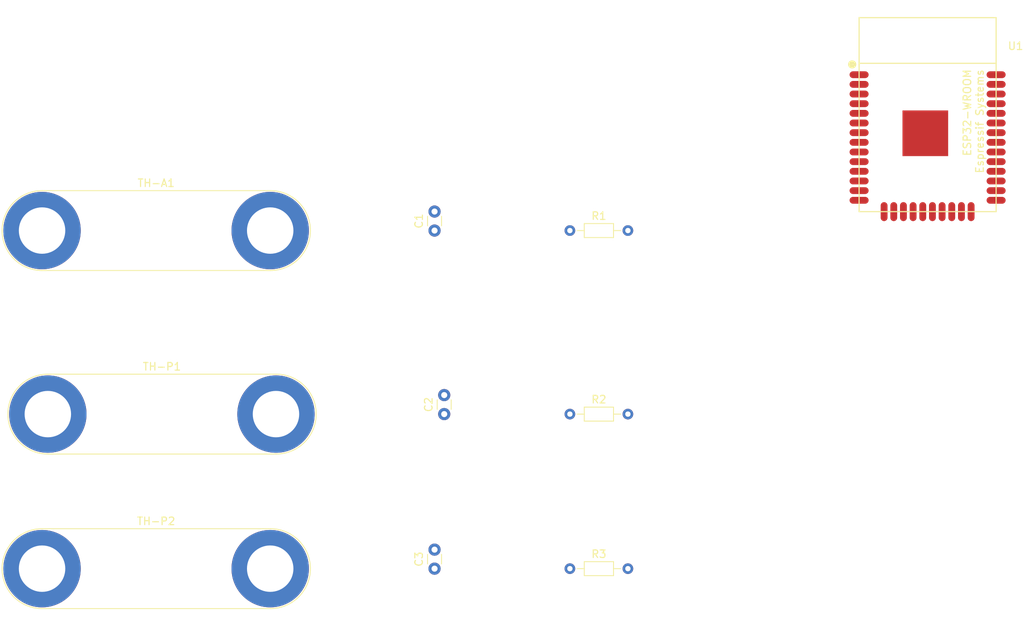
<source format=kicad_pcb>
(kicad_pcb (version 20171130) (host pcbnew "(5.1.9)-1")

  (general
    (thickness 1.6)
    (drawings 0)
    (tracks 0)
    (zones 0)
    (modules 10)
    (nets 43)
  )

  (page A4)
  (layers
    (0 F.Cu signal)
    (31 B.Cu signal)
    (32 B.Adhes user)
    (33 F.Adhes user)
    (34 B.Paste user)
    (35 F.Paste user)
    (36 B.SilkS user)
    (37 F.SilkS user)
    (38 B.Mask user)
    (39 F.Mask user)
    (40 Dwgs.User user)
    (41 Cmts.User user)
    (42 Eco1.User user)
    (43 Eco2.User user)
    (44 Edge.Cuts user)
    (45 Margin user)
    (46 B.CrtYd user)
    (47 F.CrtYd user)
    (48 B.Fab user)
    (49 F.Fab user)
  )

  (setup
    (last_trace_width 0.25)
    (trace_clearance 0.2)
    (zone_clearance 0.508)
    (zone_45_only no)
    (trace_min 0.2)
    (via_size 0.8)
    (via_drill 0.4)
    (via_min_size 0.4)
    (via_min_drill 0.3)
    (uvia_size 0.3)
    (uvia_drill 0.1)
    (uvias_allowed no)
    (uvia_min_size 0.2)
    (uvia_min_drill 0.1)
    (edge_width 0.05)
    (segment_width 0.2)
    (pcb_text_width 0.3)
    (pcb_text_size 1.5 1.5)
    (mod_edge_width 0.12)
    (mod_text_size 1 1)
    (mod_text_width 0.15)
    (pad_size 1.524 1.524)
    (pad_drill 0.762)
    (pad_to_mask_clearance 0)
    (aux_axis_origin 0 0)
    (visible_elements 7FFFFFFF)
    (pcbplotparams
      (layerselection 0x010fc_ffffffff)
      (usegerberextensions false)
      (usegerberattributes true)
      (usegerberadvancedattributes true)
      (creategerberjobfile true)
      (excludeedgelayer true)
      (linewidth 0.100000)
      (plotframeref false)
      (viasonmask false)
      (mode 1)
      (useauxorigin false)
      (hpglpennumber 1)
      (hpglpenspeed 20)
      (hpglpendiameter 15.000000)
      (psnegative false)
      (psa4output false)
      (plotreference true)
      (plotvalue true)
      (plotinvisibletext false)
      (padsonsilk false)
      (subtractmaskfromsilk false)
      (outputformat 1)
      (mirror false)
      (drillshape 1)
      (scaleselection 1)
      (outputdirectory ""))
  )

  (net 0 "")
  (net 1 "Net-(C1-Pad2)")
  (net 2 "Net-(C1-Pad1)")
  (net 3 "Net-(C2-Pad2)")
  (net 4 "Net-(C2-Pad1)")
  (net 5 "Net-(C3-Pad2)")
  (net 6 "Net-(C3-Pad1)")
  (net 7 "Net-(R1-Pad2)")
  (net 8 "Net-(TH-A1-Pad1)")
  (net 9 "Net-(U1-Pad38)")
  (net 10 "Net-(U1-Pad37)")
  (net 11 "Net-(U1-Pad36)")
  (net 12 "Net-(U1-Pad35)")
  (net 13 "Net-(U1-Pad34)")
  (net 14 "Net-(U1-Pad33)")
  (net 15 "Net-(U1-Pad32)")
  (net 16 "Net-(U1-Pad31)")
  (net 17 "Net-(U1-Pad30)")
  (net 18 "Net-(U1-Pad29)")
  (net 19 "Net-(U1-Pad28)")
  (net 20 "Net-(U1-Pad27)")
  (net 21 "Net-(U1-Pad26)")
  (net 22 "Net-(U1-Pad25)")
  (net 23 "Net-(U1-Pad24)")
  (net 24 "Net-(U1-Pad23)")
  (net 25 "Net-(U1-Pad22)")
  (net 26 "Net-(U1-Pad21)")
  (net 27 "Net-(U1-Pad20)")
  (net 28 "Net-(U1-Pad19)")
  (net 29 "Net-(U1-Pad18)")
  (net 30 "Net-(U1-Pad17)")
  (net 31 "Net-(U1-Pad16)")
  (net 32 "Net-(U1-Pad15)")
  (net 33 "Net-(U1-Pad14)")
  (net 34 "Net-(U1-Pad13)")
  (net 35 "Net-(U1-Pad12)")
  (net 36 "Net-(U1-Pad11)")
  (net 37 "Net-(U1-Pad10)")
  (net 38 "Net-(U1-Pad9)")
  (net 39 "Net-(U1-Pad5)")
  (net 40 "Net-(U1-Pad4)")
  (net 41 "Net-(U1-Pad3)")
  (net 42 "Net-(U1-Pad39)")

  (net_class Default "This is the default net class."
    (clearance 0.2)
    (trace_width 0.25)
    (via_dia 0.8)
    (via_drill 0.4)
    (uvia_dia 0.3)
    (uvia_drill 0.1)
    (add_net "Net-(C1-Pad1)")
    (add_net "Net-(C1-Pad2)")
    (add_net "Net-(C2-Pad1)")
    (add_net "Net-(C2-Pad2)")
    (add_net "Net-(C3-Pad1)")
    (add_net "Net-(C3-Pad2)")
    (add_net "Net-(R1-Pad2)")
    (add_net "Net-(TH-A1-Pad1)")
    (add_net "Net-(U1-Pad10)")
    (add_net "Net-(U1-Pad11)")
    (add_net "Net-(U1-Pad12)")
    (add_net "Net-(U1-Pad13)")
    (add_net "Net-(U1-Pad14)")
    (add_net "Net-(U1-Pad15)")
    (add_net "Net-(U1-Pad16)")
    (add_net "Net-(U1-Pad17)")
    (add_net "Net-(U1-Pad18)")
    (add_net "Net-(U1-Pad19)")
    (add_net "Net-(U1-Pad20)")
    (add_net "Net-(U1-Pad21)")
    (add_net "Net-(U1-Pad22)")
    (add_net "Net-(U1-Pad23)")
    (add_net "Net-(U1-Pad24)")
    (add_net "Net-(U1-Pad25)")
    (add_net "Net-(U1-Pad26)")
    (add_net "Net-(U1-Pad27)")
    (add_net "Net-(U1-Pad28)")
    (add_net "Net-(U1-Pad29)")
    (add_net "Net-(U1-Pad3)")
    (add_net "Net-(U1-Pad30)")
    (add_net "Net-(U1-Pad31)")
    (add_net "Net-(U1-Pad32)")
    (add_net "Net-(U1-Pad33)")
    (add_net "Net-(U1-Pad34)")
    (add_net "Net-(U1-Pad35)")
    (add_net "Net-(U1-Pad36)")
    (add_net "Net-(U1-Pad37)")
    (add_net "Net-(U1-Pad38)")
    (add_net "Net-(U1-Pad39)")
    (add_net "Net-(U1-Pad4)")
    (add_net "Net-(U1-Pad5)")
    (add_net "Net-(U1-Pad9)")
  )

  (module esp32:ESP32-WROOM (layer F.Cu) (tedit 57D08EA8) (tstamp 6079F08A)
    (at 191.77 45.72 180)
    (path /607988C6)
    (fp_text reference U1 (at -11.557 9.017) (layer F.SilkS)
      (effects (font (size 1 1) (thickness 0.15)))
    )
    (fp_text value ESP32-WROOM (at 5.715 14.224) (layer F.Fab)
      (effects (font (size 1 1) (thickness 0.15)))
    )
    (fp_line (start -9 12.75) (end 9 12.75) (layer F.SilkS) (width 0.15))
    (fp_line (start -9 -12.75) (end 9 -12.75) (layer F.SilkS) (width 0.15))
    (fp_line (start -9 12.75) (end -9 -12.75) (layer F.SilkS) (width 0.15))
    (fp_line (start 9 12.75) (end 9 -12.75) (layer F.SilkS) (width 0.15))
    (fp_line (start -9 6.75) (end 9 6.75) (layer F.SilkS) (width 0.15))
    (fp_circle (center 9.906 6.604) (end 10.033 6.858) (layer F.SilkS) (width 0.5))
    (fp_text user ESP32-WROOM (at -5.207 0.254 90) (layer F.SilkS)
      (effects (font (size 1 1) (thickness 0.15)))
    )
    (fp_text user "Espressif Systems" (at -6.858 -0.889 90) (layer F.SilkS)
      (effects (font (size 1 1) (thickness 0.15)))
    )
    (pad 39 smd rect (at 0.3 -2.45 180) (size 6 6) (layers F.Cu F.Paste F.Mask)
      (net 42 "Net-(U1-Pad39)"))
    (pad 1 smd oval (at 9 5.25 180) (size 2.5 0.9) (layers F.Cu F.Paste F.Mask)
      (net 7 "Net-(R1-Pad2)"))
    (pad 2 smd oval (at 9 3.98 180) (size 2.5 0.9) (layers F.Cu F.Paste F.Mask)
      (net 8 "Net-(TH-A1-Pad1)"))
    (pad 3 smd oval (at 9 2.71 180) (size 2.5 0.9) (layers F.Cu F.Paste F.Mask)
      (net 41 "Net-(U1-Pad3)"))
    (pad 4 smd oval (at 9 1.44 180) (size 2.5 0.9) (layers F.Cu F.Paste F.Mask)
      (net 40 "Net-(U1-Pad4)"))
    (pad 5 smd oval (at 9 0.17 180) (size 2.5 0.9) (layers F.Cu F.Paste F.Mask)
      (net 39 "Net-(U1-Pad5)"))
    (pad 6 smd oval (at 9 -1.1 180) (size 2.5 0.9) (layers F.Cu F.Paste F.Mask)
      (net 1 "Net-(C1-Pad2)"))
    (pad 7 smd oval (at 9 -2.37 180) (size 2.5 0.9) (layers F.Cu F.Paste F.Mask)
      (net 3 "Net-(C2-Pad2)"))
    (pad 8 smd oval (at 9 -3.64 180) (size 2.5 0.9) (layers F.Cu F.Paste F.Mask)
      (net 5 "Net-(C3-Pad2)"))
    (pad 9 smd oval (at 9 -4.91 180) (size 2.5 0.9) (layers F.Cu F.Paste F.Mask)
      (net 38 "Net-(U1-Pad9)"))
    (pad 10 smd oval (at 9 -6.18 180) (size 2.5 0.9) (layers F.Cu F.Paste F.Mask)
      (net 37 "Net-(U1-Pad10)"))
    (pad 11 smd oval (at 9 -7.45 180) (size 2.5 0.9) (layers F.Cu F.Paste F.Mask)
      (net 36 "Net-(U1-Pad11)"))
    (pad 12 smd oval (at 9 -8.72 180) (size 2.5 0.9) (layers F.Cu F.Paste F.Mask)
      (net 35 "Net-(U1-Pad12)"))
    (pad 13 smd oval (at 9 -9.99 180) (size 2.5 0.9) (layers F.Cu F.Paste F.Mask)
      (net 34 "Net-(U1-Pad13)"))
    (pad 14 smd oval (at 9 -11.26 180) (size 2.5 0.9) (layers F.Cu F.Paste F.Mask)
      (net 33 "Net-(U1-Pad14)"))
    (pad 15 smd oval (at 5.715 -12.75 180) (size 0.9 2.5) (layers F.Cu F.Paste F.Mask)
      (net 32 "Net-(U1-Pad15)"))
    (pad 16 smd oval (at 4.445 -12.75 180) (size 0.9 2.5) (layers F.Cu F.Paste F.Mask)
      (net 31 "Net-(U1-Pad16)"))
    (pad 17 smd oval (at 3.175 -12.75 180) (size 0.9 2.5) (layers F.Cu F.Paste F.Mask)
      (net 30 "Net-(U1-Pad17)"))
    (pad 18 smd oval (at 1.905 -12.75 180) (size 0.9 2.5) (layers F.Cu F.Paste F.Mask)
      (net 29 "Net-(U1-Pad18)"))
    (pad 19 smd oval (at 0.635 -12.75 180) (size 0.9 2.5) (layers F.Cu F.Paste F.Mask)
      (net 28 "Net-(U1-Pad19)"))
    (pad 20 smd oval (at -0.635 -12.75 180) (size 0.9 2.5) (layers F.Cu F.Paste F.Mask)
      (net 27 "Net-(U1-Pad20)"))
    (pad 21 smd oval (at -1.905 -12.75 180) (size 0.9 2.5) (layers F.Cu F.Paste F.Mask)
      (net 26 "Net-(U1-Pad21)"))
    (pad 22 smd oval (at -3.175 -12.75 180) (size 0.9 2.5) (layers F.Cu F.Paste F.Mask)
      (net 25 "Net-(U1-Pad22)"))
    (pad 23 smd oval (at -4.445 -12.75 180) (size 0.9 2.5) (layers F.Cu F.Paste F.Mask)
      (net 24 "Net-(U1-Pad23)"))
    (pad 24 smd oval (at -5.715 -12.75 180) (size 0.9 2.5) (layers F.Cu F.Paste F.Mask)
      (net 23 "Net-(U1-Pad24)"))
    (pad 25 smd oval (at -9 -11.26 180) (size 2.5 0.9) (layers F.Cu F.Paste F.Mask)
      (net 22 "Net-(U1-Pad25)"))
    (pad 26 smd oval (at -9 -9.99 180) (size 2.5 0.9) (layers F.Cu F.Paste F.Mask)
      (net 21 "Net-(U1-Pad26)"))
    (pad 27 smd oval (at -9 -8.72 180) (size 2.5 0.9) (layers F.Cu F.Paste F.Mask)
      (net 20 "Net-(U1-Pad27)"))
    (pad 28 smd oval (at -9 -7.45 180) (size 2.5 0.9) (layers F.Cu F.Paste F.Mask)
      (net 19 "Net-(U1-Pad28)"))
    (pad 29 smd oval (at -9 -6.18 180) (size 2.5 0.9) (layers F.Cu F.Paste F.Mask)
      (net 18 "Net-(U1-Pad29)"))
    (pad 30 smd oval (at -9 -4.91 180) (size 2.5 0.9) (layers F.Cu F.Paste F.Mask)
      (net 17 "Net-(U1-Pad30)"))
    (pad 31 smd oval (at -9 -3.64 180) (size 2.5 0.9) (layers F.Cu F.Paste F.Mask)
      (net 16 "Net-(U1-Pad31)"))
    (pad 32 smd oval (at -9 -2.37 180) (size 2.5 0.9) (layers F.Cu F.Paste F.Mask)
      (net 15 "Net-(U1-Pad32)"))
    (pad 33 smd oval (at -9 -1.1 180) (size 2.5 0.9) (layers F.Cu F.Paste F.Mask)
      (net 14 "Net-(U1-Pad33)"))
    (pad 34 smd oval (at -9 0.17 180) (size 2.5 0.9) (layers F.Cu F.Paste F.Mask)
      (net 13 "Net-(U1-Pad34)"))
    (pad 35 smd oval (at -9 1.44 180) (size 2.5 0.9) (layers F.Cu F.Paste F.Mask)
      (net 12 "Net-(U1-Pad35)"))
    (pad 36 smd oval (at -9 2.71 180) (size 2.5 0.9) (layers F.Cu F.Paste F.Mask)
      (net 11 "Net-(U1-Pad36)"))
    (pad 37 smd oval (at -9 3.98 180) (size 2.5 0.9) (layers F.Cu F.Paste F.Mask)
      (net 10 "Net-(U1-Pad37)"))
    (pad 38 smd oval (at -9 5.25 180) (size 2.5 0.9) (layers F.Cu F.Paste F.Mask)
      (net 9 "Net-(U1-Pad38)"))
  )

  (module Connector:Banana_Jack_2Pin (layer F.Cu) (tedit 5A1AB217) (tstamp 6079E15E)
    (at 75.44 105.41)
    (descr "Dual banana socket, footprint - 2 x 6mm drills")
    (tags "banana socket")
    (path /60796341)
    (fp_text reference TH-P2 (at 14.985 -6.24) (layer F.SilkS)
      (effects (font (size 1 1) (thickness 0.15)))
    )
    (fp_text value Thermistor (at 14.985 6.29) (layer F.Fab)
      (effects (font (size 1 1) (thickness 0.15)))
    )
    (fp_circle (center 30 0) (end 34.75 0) (layer F.Fab) (width 0.1))
    (fp_circle (center 0 0) (end 4.75 0) (layer F.Fab) (width 0.1))
    (fp_circle (center 0 0) (end 2 0) (layer F.Fab) (width 0.1))
    (fp_circle (center 30 0) (end 32 0) (layer F.Fab) (width 0.1))
    (fp_line (start 30 -5.25) (end 0 -5.25) (layer F.SilkS) (width 0.12))
    (fp_line (start 0 5.25) (end 30 5.25) (layer F.SilkS) (width 0.12))
    (fp_line (start 0 5.5) (end 30 5.5) (layer F.CrtYd) (width 0.05))
    (fp_line (start 30 -5.5) (end 0 -5.5) (layer F.CrtYd) (width 0.05))
    (fp_arc (start 0 0) (end 0 5.25) (angle 180) (layer F.SilkS) (width 0.12))
    (fp_arc (start 30 0) (end 30 -5.25) (angle 180) (layer F.SilkS) (width 0.12))
    (fp_arc (start 30 0) (end 30 -5.5) (angle 180) (layer F.CrtYd) (width 0.05))
    (fp_arc (start 0 0) (end 0 5.5) (angle 180) (layer F.CrtYd) (width 0.05))
    (fp_text user %R (at 14.985 0) (layer F.Fab)
      (effects (font (size 1 1) (thickness 0.15)))
    )
    (pad 2 thru_hole circle (at 29.97 0) (size 10.16 10.16) (drill 6.1) (layers *.Cu *.Mask)
      (net 6 "Net-(C3-Pad1)"))
    (pad 1 thru_hole circle (at 0 0) (size 10.16 10.16) (drill 6.1) (layers *.Cu *.Mask)
      (net 8 "Net-(TH-A1-Pad1)"))
    (model ${KISYS3DMOD}/Connector.3dshapes/Banana_Jack_2Pin.wrl
      (offset (xyz 14.98599977493286 0 0))
      (scale (xyz 2 2 2))
      (rotate (xyz 0 0 0))
    )
  )

  (module Connector:Banana_Jack_2Pin (layer F.Cu) (tedit 5A1AB217) (tstamp 6079E14B)
    (at 76.2 85.09)
    (descr "Dual banana socket, footprint - 2 x 6mm drills")
    (tags "banana socket")
    (path /60795372)
    (fp_text reference TH-P1 (at 14.985 -6.24) (layer F.SilkS)
      (effects (font (size 1 1) (thickness 0.15)))
    )
    (fp_text value Thermistor (at 14.985 6.29) (layer F.Fab)
      (effects (font (size 1 1) (thickness 0.15)))
    )
    (fp_circle (center 30 0) (end 34.75 0) (layer F.Fab) (width 0.1))
    (fp_circle (center 0 0) (end 4.75 0) (layer F.Fab) (width 0.1))
    (fp_circle (center 0 0) (end 2 0) (layer F.Fab) (width 0.1))
    (fp_circle (center 30 0) (end 32 0) (layer F.Fab) (width 0.1))
    (fp_line (start 30 -5.25) (end 0 -5.25) (layer F.SilkS) (width 0.12))
    (fp_line (start 0 5.25) (end 30 5.25) (layer F.SilkS) (width 0.12))
    (fp_line (start 0 5.5) (end 30 5.5) (layer F.CrtYd) (width 0.05))
    (fp_line (start 30 -5.5) (end 0 -5.5) (layer F.CrtYd) (width 0.05))
    (fp_arc (start 0 0) (end 0 5.25) (angle 180) (layer F.SilkS) (width 0.12))
    (fp_arc (start 30 0) (end 30 -5.25) (angle 180) (layer F.SilkS) (width 0.12))
    (fp_arc (start 30 0) (end 30 -5.5) (angle 180) (layer F.CrtYd) (width 0.05))
    (fp_arc (start 0 0) (end 0 5.5) (angle 180) (layer F.CrtYd) (width 0.05))
    (fp_text user %R (at 14.985 0) (layer F.Fab)
      (effects (font (size 1 1) (thickness 0.15)))
    )
    (pad 2 thru_hole circle (at 29.97 0) (size 10.16 10.16) (drill 6.1) (layers *.Cu *.Mask)
      (net 4 "Net-(C2-Pad1)"))
    (pad 1 thru_hole circle (at 0 0) (size 10.16 10.16) (drill 6.1) (layers *.Cu *.Mask)
      (net 8 "Net-(TH-A1-Pad1)"))
    (model ${KISYS3DMOD}/Connector.3dshapes/Banana_Jack_2Pin.wrl
      (offset (xyz 14.98599977493286 0 0))
      (scale (xyz 2 2 2))
      (rotate (xyz 0 0 0))
    )
  )

  (module Connector:Banana_Jack_2Pin (layer F.Cu) (tedit 5A1AB217) (tstamp 6079E138)
    (at 75.44 60.96)
    (descr "Dual banana socket, footprint - 2 x 6mm drills")
    (tags "banana socket")
    (path /6078632B)
    (fp_text reference TH-A1 (at 14.985 -6.24) (layer F.SilkS)
      (effects (font (size 1 1) (thickness 0.15)))
    )
    (fp_text value Thermistor (at 14.985 6.29) (layer F.Fab)
      (effects (font (size 1 1) (thickness 0.15)))
    )
    (fp_circle (center 30 0) (end 34.75 0) (layer F.Fab) (width 0.1))
    (fp_circle (center 0 0) (end 4.75 0) (layer F.Fab) (width 0.1))
    (fp_circle (center 0 0) (end 2 0) (layer F.Fab) (width 0.1))
    (fp_circle (center 30 0) (end 32 0) (layer F.Fab) (width 0.1))
    (fp_line (start 30 -5.25) (end 0 -5.25) (layer F.SilkS) (width 0.12))
    (fp_line (start 0 5.25) (end 30 5.25) (layer F.SilkS) (width 0.12))
    (fp_line (start 0 5.5) (end 30 5.5) (layer F.CrtYd) (width 0.05))
    (fp_line (start 30 -5.5) (end 0 -5.5) (layer F.CrtYd) (width 0.05))
    (fp_arc (start 0 0) (end 0 5.25) (angle 180) (layer F.SilkS) (width 0.12))
    (fp_arc (start 30 0) (end 30 -5.25) (angle 180) (layer F.SilkS) (width 0.12))
    (fp_arc (start 30 0) (end 30 -5.5) (angle 180) (layer F.CrtYd) (width 0.05))
    (fp_arc (start 0 0) (end 0 5.5) (angle 180) (layer F.CrtYd) (width 0.05))
    (fp_text user %R (at 14.985 0) (layer F.Fab)
      (effects (font (size 1 1) (thickness 0.15)))
    )
    (pad 2 thru_hole circle (at 29.97 0) (size 10.16 10.16) (drill 6.1) (layers *.Cu *.Mask)
      (net 2 "Net-(C1-Pad1)"))
    (pad 1 thru_hole circle (at 0 0) (size 10.16 10.16) (drill 6.1) (layers *.Cu *.Mask)
      (net 8 "Net-(TH-A1-Pad1)"))
    (model ${KISYS3DMOD}/Connector.3dshapes/Banana_Jack_2Pin.wrl
      (offset (xyz 14.98599977493286 0 0))
      (scale (xyz 2 2 2))
      (rotate (xyz 0 0 0))
    )
  )

  (module Resistor_THT:R_Axial_DIN0204_L3.6mm_D1.6mm_P7.62mm_Horizontal (layer F.Cu) (tedit 5AE5139B) (tstamp 6079E125)
    (at 144.78 105.41)
    (descr "Resistor, Axial_DIN0204 series, Axial, Horizontal, pin pitch=7.62mm, 0.167W, length*diameter=3.6*1.6mm^2, http://cdn-reichelt.de/documents/datenblatt/B400/1_4W%23YAG.pdf")
    (tags "Resistor Axial_DIN0204 series Axial Horizontal pin pitch 7.62mm 0.167W length 3.6mm diameter 1.6mm")
    (path /60796349)
    (fp_text reference R3 (at 3.81 -1.92) (layer F.SilkS)
      (effects (font (size 1 1) (thickness 0.15)))
    )
    (fp_text value 25k (at 3.81 1.92) (layer F.Fab)
      (effects (font (size 1 1) (thickness 0.15)))
    )
    (fp_line (start 8.57 -1.05) (end -0.95 -1.05) (layer F.CrtYd) (width 0.05))
    (fp_line (start 8.57 1.05) (end 8.57 -1.05) (layer F.CrtYd) (width 0.05))
    (fp_line (start -0.95 1.05) (end 8.57 1.05) (layer F.CrtYd) (width 0.05))
    (fp_line (start -0.95 -1.05) (end -0.95 1.05) (layer F.CrtYd) (width 0.05))
    (fp_line (start 6.68 0) (end 5.73 0) (layer F.SilkS) (width 0.12))
    (fp_line (start 0.94 0) (end 1.89 0) (layer F.SilkS) (width 0.12))
    (fp_line (start 5.73 -0.92) (end 1.89 -0.92) (layer F.SilkS) (width 0.12))
    (fp_line (start 5.73 0.92) (end 5.73 -0.92) (layer F.SilkS) (width 0.12))
    (fp_line (start 1.89 0.92) (end 5.73 0.92) (layer F.SilkS) (width 0.12))
    (fp_line (start 1.89 -0.92) (end 1.89 0.92) (layer F.SilkS) (width 0.12))
    (fp_line (start 7.62 0) (end 5.61 0) (layer F.Fab) (width 0.1))
    (fp_line (start 0 0) (end 2.01 0) (layer F.Fab) (width 0.1))
    (fp_line (start 5.61 -0.8) (end 2.01 -0.8) (layer F.Fab) (width 0.1))
    (fp_line (start 5.61 0.8) (end 5.61 -0.8) (layer F.Fab) (width 0.1))
    (fp_line (start 2.01 0.8) (end 5.61 0.8) (layer F.Fab) (width 0.1))
    (fp_line (start 2.01 -0.8) (end 2.01 0.8) (layer F.Fab) (width 0.1))
    (fp_text user %R (at 3.81 0) (layer F.Fab)
      (effects (font (size 0.72 0.72) (thickness 0.108)))
    )
    (pad 2 thru_hole oval (at 7.62 0) (size 1.4 1.4) (drill 0.7) (layers *.Cu *.Mask)
      (net 7 "Net-(R1-Pad2)"))
    (pad 1 thru_hole circle (at 0 0) (size 1.4 1.4) (drill 0.7) (layers *.Cu *.Mask)
      (net 6 "Net-(C3-Pad1)"))
    (model ${KISYS3DMOD}/Resistor_THT.3dshapes/R_Axial_DIN0204_L3.6mm_D1.6mm_P7.62mm_Horizontal.wrl
      (at (xyz 0 0 0))
      (scale (xyz 1 1 1))
      (rotate (xyz 0 0 0))
    )
  )

  (module Resistor_THT:R_Axial_DIN0204_L3.6mm_D1.6mm_P7.62mm_Horizontal (layer F.Cu) (tedit 5AE5139B) (tstamp 6079E10E)
    (at 144.78 85.09)
    (descr "Resistor, Axial_DIN0204 series, Axial, Horizontal, pin pitch=7.62mm, 0.167W, length*diameter=3.6*1.6mm^2, http://cdn-reichelt.de/documents/datenblatt/B400/1_4W%23YAG.pdf")
    (tags "Resistor Axial_DIN0204 series Axial Horizontal pin pitch 7.62mm 0.167W length 3.6mm diameter 1.6mm")
    (path /6079537A)
    (fp_text reference R2 (at 3.81 -1.92) (layer F.SilkS)
      (effects (font (size 1 1) (thickness 0.15)))
    )
    (fp_text value 25k (at 3.81 1.92) (layer F.Fab)
      (effects (font (size 1 1) (thickness 0.15)))
    )
    (fp_line (start 8.57 -1.05) (end -0.95 -1.05) (layer F.CrtYd) (width 0.05))
    (fp_line (start 8.57 1.05) (end 8.57 -1.05) (layer F.CrtYd) (width 0.05))
    (fp_line (start -0.95 1.05) (end 8.57 1.05) (layer F.CrtYd) (width 0.05))
    (fp_line (start -0.95 -1.05) (end -0.95 1.05) (layer F.CrtYd) (width 0.05))
    (fp_line (start 6.68 0) (end 5.73 0) (layer F.SilkS) (width 0.12))
    (fp_line (start 0.94 0) (end 1.89 0) (layer F.SilkS) (width 0.12))
    (fp_line (start 5.73 -0.92) (end 1.89 -0.92) (layer F.SilkS) (width 0.12))
    (fp_line (start 5.73 0.92) (end 5.73 -0.92) (layer F.SilkS) (width 0.12))
    (fp_line (start 1.89 0.92) (end 5.73 0.92) (layer F.SilkS) (width 0.12))
    (fp_line (start 1.89 -0.92) (end 1.89 0.92) (layer F.SilkS) (width 0.12))
    (fp_line (start 7.62 0) (end 5.61 0) (layer F.Fab) (width 0.1))
    (fp_line (start 0 0) (end 2.01 0) (layer F.Fab) (width 0.1))
    (fp_line (start 5.61 -0.8) (end 2.01 -0.8) (layer F.Fab) (width 0.1))
    (fp_line (start 5.61 0.8) (end 5.61 -0.8) (layer F.Fab) (width 0.1))
    (fp_line (start 2.01 0.8) (end 5.61 0.8) (layer F.Fab) (width 0.1))
    (fp_line (start 2.01 -0.8) (end 2.01 0.8) (layer F.Fab) (width 0.1))
    (fp_text user %R (at 3.81 0) (layer F.Fab)
      (effects (font (size 0.72 0.72) (thickness 0.108)))
    )
    (pad 2 thru_hole oval (at 7.62 0) (size 1.4 1.4) (drill 0.7) (layers *.Cu *.Mask)
      (net 7 "Net-(R1-Pad2)"))
    (pad 1 thru_hole circle (at 0 0) (size 1.4 1.4) (drill 0.7) (layers *.Cu *.Mask)
      (net 4 "Net-(C2-Pad1)"))
    (model ${KISYS3DMOD}/Resistor_THT.3dshapes/R_Axial_DIN0204_L3.6mm_D1.6mm_P7.62mm_Horizontal.wrl
      (at (xyz 0 0 0))
      (scale (xyz 1 1 1))
      (rotate (xyz 0 0 0))
    )
  )

  (module Resistor_THT:R_Axial_DIN0204_L3.6mm_D1.6mm_P7.62mm_Horizontal (layer F.Cu) (tedit 5AE5139B) (tstamp 6079E0F7)
    (at 144.78 60.96)
    (descr "Resistor, Axial_DIN0204 series, Axial, Horizontal, pin pitch=7.62mm, 0.167W, length*diameter=3.6*1.6mm^2, http://cdn-reichelt.de/documents/datenblatt/B400/1_4W%23YAG.pdf")
    (tags "Resistor Axial_DIN0204 series Axial Horizontal pin pitch 7.62mm 0.167W length 3.6mm diameter 1.6mm")
    (path /6078E346)
    (fp_text reference R1 (at 3.81 -1.92) (layer F.SilkS)
      (effects (font (size 1 1) (thickness 0.15)))
    )
    (fp_text value 1k (at 3.81 1.92) (layer F.Fab)
      (effects (font (size 1 1) (thickness 0.15)))
    )
    (fp_line (start 8.57 -1.05) (end -0.95 -1.05) (layer F.CrtYd) (width 0.05))
    (fp_line (start 8.57 1.05) (end 8.57 -1.05) (layer F.CrtYd) (width 0.05))
    (fp_line (start -0.95 1.05) (end 8.57 1.05) (layer F.CrtYd) (width 0.05))
    (fp_line (start -0.95 -1.05) (end -0.95 1.05) (layer F.CrtYd) (width 0.05))
    (fp_line (start 6.68 0) (end 5.73 0) (layer F.SilkS) (width 0.12))
    (fp_line (start 0.94 0) (end 1.89 0) (layer F.SilkS) (width 0.12))
    (fp_line (start 5.73 -0.92) (end 1.89 -0.92) (layer F.SilkS) (width 0.12))
    (fp_line (start 5.73 0.92) (end 5.73 -0.92) (layer F.SilkS) (width 0.12))
    (fp_line (start 1.89 0.92) (end 5.73 0.92) (layer F.SilkS) (width 0.12))
    (fp_line (start 1.89 -0.92) (end 1.89 0.92) (layer F.SilkS) (width 0.12))
    (fp_line (start 7.62 0) (end 5.61 0) (layer F.Fab) (width 0.1))
    (fp_line (start 0 0) (end 2.01 0) (layer F.Fab) (width 0.1))
    (fp_line (start 5.61 -0.8) (end 2.01 -0.8) (layer F.Fab) (width 0.1))
    (fp_line (start 5.61 0.8) (end 5.61 -0.8) (layer F.Fab) (width 0.1))
    (fp_line (start 2.01 0.8) (end 5.61 0.8) (layer F.Fab) (width 0.1))
    (fp_line (start 2.01 -0.8) (end 2.01 0.8) (layer F.Fab) (width 0.1))
    (fp_text user %R (at 3.81 0) (layer F.Fab)
      (effects (font (size 0.72 0.72) (thickness 0.108)))
    )
    (pad 2 thru_hole oval (at 7.62 0) (size 1.4 1.4) (drill 0.7) (layers *.Cu *.Mask)
      (net 7 "Net-(R1-Pad2)"))
    (pad 1 thru_hole circle (at 0 0) (size 1.4 1.4) (drill 0.7) (layers *.Cu *.Mask)
      (net 2 "Net-(C1-Pad1)"))
    (model ${KISYS3DMOD}/Resistor_THT.3dshapes/R_Axial_DIN0204_L3.6mm_D1.6mm_P7.62mm_Horizontal.wrl
      (at (xyz 0 0 0))
      (scale (xyz 1 1 1))
      (rotate (xyz 0 0 0))
    )
  )

  (module Capacitor_THT:C_Disc_D3.0mm_W1.6mm_P2.50mm (layer F.Cu) (tedit 5AE50EF0) (tstamp 6079E0E0)
    (at 127 105.41 90)
    (descr "C, Disc series, Radial, pin pitch=2.50mm, , diameter*width=3.0*1.6mm^2, Capacitor, http://www.vishay.com/docs/45233/krseries.pdf")
    (tags "C Disc series Radial pin pitch 2.50mm  diameter 3.0mm width 1.6mm Capacitor")
    (path /6079633B)
    (fp_text reference C3 (at 1.25 -2.05 90) (layer F.SilkS)
      (effects (font (size 1 1) (thickness 0.15)))
    )
    (fp_text value 0.1uF (at 1.25 2.05 90) (layer F.Fab)
      (effects (font (size 1 1) (thickness 0.15)))
    )
    (fp_line (start 3.55 -1.05) (end -1.05 -1.05) (layer F.CrtYd) (width 0.05))
    (fp_line (start 3.55 1.05) (end 3.55 -1.05) (layer F.CrtYd) (width 0.05))
    (fp_line (start -1.05 1.05) (end 3.55 1.05) (layer F.CrtYd) (width 0.05))
    (fp_line (start -1.05 -1.05) (end -1.05 1.05) (layer F.CrtYd) (width 0.05))
    (fp_line (start 0.621 0.92) (end 1.879 0.92) (layer F.SilkS) (width 0.12))
    (fp_line (start 0.621 -0.92) (end 1.879 -0.92) (layer F.SilkS) (width 0.12))
    (fp_line (start 2.75 -0.8) (end -0.25 -0.8) (layer F.Fab) (width 0.1))
    (fp_line (start 2.75 0.8) (end 2.75 -0.8) (layer F.Fab) (width 0.1))
    (fp_line (start -0.25 0.8) (end 2.75 0.8) (layer F.Fab) (width 0.1))
    (fp_line (start -0.25 -0.8) (end -0.25 0.8) (layer F.Fab) (width 0.1))
    (fp_text user %R (at 1.25 0 90) (layer F.Fab)
      (effects (font (size 0.6 0.6) (thickness 0.09)))
    )
    (pad 2 thru_hole circle (at 2.5 0 90) (size 1.6 1.6) (drill 0.8) (layers *.Cu *.Mask)
      (net 5 "Net-(C3-Pad2)"))
    (pad 1 thru_hole circle (at 0 0 90) (size 1.6 1.6) (drill 0.8) (layers *.Cu *.Mask)
      (net 6 "Net-(C3-Pad1)"))
    (model ${KISYS3DMOD}/Capacitor_THT.3dshapes/C_Disc_D3.0mm_W1.6mm_P2.50mm.wrl
      (at (xyz 0 0 0))
      (scale (xyz 1 1 1))
      (rotate (xyz 0 0 0))
    )
  )

  (module Capacitor_THT:C_Disc_D3.0mm_W1.6mm_P2.50mm (layer F.Cu) (tedit 5AE50EF0) (tstamp 6079E0CF)
    (at 128.27 85.09 90)
    (descr "C, Disc series, Radial, pin pitch=2.50mm, , diameter*width=3.0*1.6mm^2, Capacitor, http://www.vishay.com/docs/45233/krseries.pdf")
    (tags "C Disc series Radial pin pitch 2.50mm  diameter 3.0mm width 1.6mm Capacitor")
    (path /6079F8A7)
    (fp_text reference C2 (at 1.25 -2.05 90) (layer F.SilkS)
      (effects (font (size 1 1) (thickness 0.15)))
    )
    (fp_text value 0.1uF (at 1.25 2.05 90) (layer F.Fab)
      (effects (font (size 1 1) (thickness 0.15)))
    )
    (fp_line (start 3.55 -1.05) (end -1.05 -1.05) (layer F.CrtYd) (width 0.05))
    (fp_line (start 3.55 1.05) (end 3.55 -1.05) (layer F.CrtYd) (width 0.05))
    (fp_line (start -1.05 1.05) (end 3.55 1.05) (layer F.CrtYd) (width 0.05))
    (fp_line (start -1.05 -1.05) (end -1.05 1.05) (layer F.CrtYd) (width 0.05))
    (fp_line (start 0.621 0.92) (end 1.879 0.92) (layer F.SilkS) (width 0.12))
    (fp_line (start 0.621 -0.92) (end 1.879 -0.92) (layer F.SilkS) (width 0.12))
    (fp_line (start 2.75 -0.8) (end -0.25 -0.8) (layer F.Fab) (width 0.1))
    (fp_line (start 2.75 0.8) (end 2.75 -0.8) (layer F.Fab) (width 0.1))
    (fp_line (start -0.25 0.8) (end 2.75 0.8) (layer F.Fab) (width 0.1))
    (fp_line (start -0.25 -0.8) (end -0.25 0.8) (layer F.Fab) (width 0.1))
    (fp_text user %R (at 1.25 0 90) (layer F.Fab)
      (effects (font (size 0.6 0.6) (thickness 0.09)))
    )
    (pad 2 thru_hole circle (at 2.5 0 90) (size 1.6 1.6) (drill 0.8) (layers *.Cu *.Mask)
      (net 3 "Net-(C2-Pad2)"))
    (pad 1 thru_hole circle (at 0 0 90) (size 1.6 1.6) (drill 0.8) (layers *.Cu *.Mask)
      (net 4 "Net-(C2-Pad1)"))
    (model ${KISYS3DMOD}/Capacitor_THT.3dshapes/C_Disc_D3.0mm_W1.6mm_P2.50mm.wrl
      (at (xyz 0 0 0))
      (scale (xyz 1 1 1))
      (rotate (xyz 0 0 0))
    )
  )

  (module Capacitor_THT:C_Disc_D3.0mm_W1.6mm_P2.50mm (layer F.Cu) (tedit 5AE50EF0) (tstamp 6079E0BE)
    (at 127 60.96 90)
    (descr "C, Disc series, Radial, pin pitch=2.50mm, , diameter*width=3.0*1.6mm^2, Capacitor, http://www.vishay.com/docs/45233/krseries.pdf")
    (tags "C Disc series Radial pin pitch 2.50mm  diameter 3.0mm width 1.6mm Capacitor")
    (path /607A05E2)
    (fp_text reference C1 (at 1.25 -2.05 90) (layer F.SilkS)
      (effects (font (size 1 1) (thickness 0.15)))
    )
    (fp_text value 0.1uF (at 1.25 2.05 90) (layer F.Fab)
      (effects (font (size 1 1) (thickness 0.15)))
    )
    (fp_line (start 3.55 -1.05) (end -1.05 -1.05) (layer F.CrtYd) (width 0.05))
    (fp_line (start 3.55 1.05) (end 3.55 -1.05) (layer F.CrtYd) (width 0.05))
    (fp_line (start -1.05 1.05) (end 3.55 1.05) (layer F.CrtYd) (width 0.05))
    (fp_line (start -1.05 -1.05) (end -1.05 1.05) (layer F.CrtYd) (width 0.05))
    (fp_line (start 0.621 0.92) (end 1.879 0.92) (layer F.SilkS) (width 0.12))
    (fp_line (start 0.621 -0.92) (end 1.879 -0.92) (layer F.SilkS) (width 0.12))
    (fp_line (start 2.75 -0.8) (end -0.25 -0.8) (layer F.Fab) (width 0.1))
    (fp_line (start 2.75 0.8) (end 2.75 -0.8) (layer F.Fab) (width 0.1))
    (fp_line (start -0.25 0.8) (end 2.75 0.8) (layer F.Fab) (width 0.1))
    (fp_line (start -0.25 -0.8) (end -0.25 0.8) (layer F.Fab) (width 0.1))
    (fp_text user %R (at 1.25 0 90) (layer F.Fab)
      (effects (font (size 0.6 0.6) (thickness 0.09)))
    )
    (pad 2 thru_hole circle (at 2.5 0 90) (size 1.6 1.6) (drill 0.8) (layers *.Cu *.Mask)
      (net 1 "Net-(C1-Pad2)"))
    (pad 1 thru_hole circle (at 0 0 90) (size 1.6 1.6) (drill 0.8) (layers *.Cu *.Mask)
      (net 2 "Net-(C1-Pad1)"))
    (model ${KISYS3DMOD}/Capacitor_THT.3dshapes/C_Disc_D3.0mm_W1.6mm_P2.50mm.wrl
      (at (xyz 0 0 0))
      (scale (xyz 1 1 1))
      (rotate (xyz 0 0 0))
    )
  )

)

</source>
